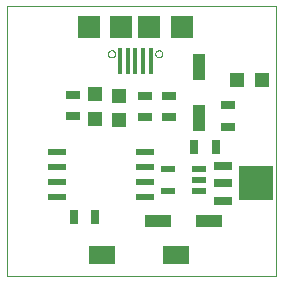
<source format=gtp>
G75*
%MOIN*%
%OFA0B0*%
%FSLAX25Y25*%
%IPPOS*%
%LPD*%
%AMOC8*
5,1,8,0,0,1.08239X$1,22.5*
%
%ADD10C,0.00000*%
%ADD11R,0.04724X0.03150*%
%ADD12R,0.04200X0.08600*%
%ADD13R,0.03150X0.04724*%
%ADD14R,0.04724X0.04724*%
%ADD15R,0.04724X0.02165*%
%ADD16R,0.09055X0.06299*%
%ADD17R,0.01575X0.09055*%
%ADD18R,0.07480X0.07480*%
%ADD19R,0.08600X0.04200*%
%ADD20R,0.06100X0.02100*%
%ADD21R,0.05906X0.03150*%
%ADD22R,0.11811X0.11811*%
D10*
X0007800Y0007420D02*
X0007800Y0097421D01*
X0097681Y0097421D01*
X0097681Y0007420D01*
X0007800Y0007420D01*
X0041555Y0081555D02*
X0041557Y0081624D01*
X0041563Y0081692D01*
X0041573Y0081760D01*
X0041587Y0081827D01*
X0041605Y0081894D01*
X0041626Y0081959D01*
X0041652Y0082023D01*
X0041681Y0082085D01*
X0041713Y0082145D01*
X0041749Y0082204D01*
X0041789Y0082260D01*
X0041831Y0082314D01*
X0041877Y0082365D01*
X0041926Y0082414D01*
X0041977Y0082460D01*
X0042031Y0082502D01*
X0042087Y0082542D01*
X0042145Y0082578D01*
X0042206Y0082610D01*
X0042268Y0082639D01*
X0042332Y0082665D01*
X0042397Y0082686D01*
X0042464Y0082704D01*
X0042531Y0082718D01*
X0042599Y0082728D01*
X0042667Y0082734D01*
X0042736Y0082736D01*
X0042805Y0082734D01*
X0042873Y0082728D01*
X0042941Y0082718D01*
X0043008Y0082704D01*
X0043075Y0082686D01*
X0043140Y0082665D01*
X0043204Y0082639D01*
X0043266Y0082610D01*
X0043326Y0082578D01*
X0043385Y0082542D01*
X0043441Y0082502D01*
X0043495Y0082460D01*
X0043546Y0082414D01*
X0043595Y0082365D01*
X0043641Y0082314D01*
X0043683Y0082260D01*
X0043723Y0082204D01*
X0043759Y0082145D01*
X0043791Y0082085D01*
X0043820Y0082023D01*
X0043846Y0081959D01*
X0043867Y0081894D01*
X0043885Y0081827D01*
X0043899Y0081760D01*
X0043909Y0081692D01*
X0043915Y0081624D01*
X0043917Y0081555D01*
X0043915Y0081486D01*
X0043909Y0081418D01*
X0043899Y0081350D01*
X0043885Y0081283D01*
X0043867Y0081216D01*
X0043846Y0081151D01*
X0043820Y0081087D01*
X0043791Y0081025D01*
X0043759Y0080964D01*
X0043723Y0080906D01*
X0043683Y0080850D01*
X0043641Y0080796D01*
X0043595Y0080745D01*
X0043546Y0080696D01*
X0043495Y0080650D01*
X0043441Y0080608D01*
X0043385Y0080568D01*
X0043327Y0080532D01*
X0043266Y0080500D01*
X0043204Y0080471D01*
X0043140Y0080445D01*
X0043075Y0080424D01*
X0043008Y0080406D01*
X0042941Y0080392D01*
X0042873Y0080382D01*
X0042805Y0080376D01*
X0042736Y0080374D01*
X0042667Y0080376D01*
X0042599Y0080382D01*
X0042531Y0080392D01*
X0042464Y0080406D01*
X0042397Y0080424D01*
X0042332Y0080445D01*
X0042268Y0080471D01*
X0042206Y0080500D01*
X0042145Y0080532D01*
X0042087Y0080568D01*
X0042031Y0080608D01*
X0041977Y0080650D01*
X0041926Y0080696D01*
X0041877Y0080745D01*
X0041831Y0080796D01*
X0041789Y0080850D01*
X0041749Y0080906D01*
X0041713Y0080964D01*
X0041681Y0081025D01*
X0041652Y0081087D01*
X0041626Y0081151D01*
X0041605Y0081216D01*
X0041587Y0081283D01*
X0041573Y0081350D01*
X0041563Y0081418D01*
X0041557Y0081486D01*
X0041555Y0081555D01*
X0057303Y0081555D02*
X0057305Y0081624D01*
X0057311Y0081692D01*
X0057321Y0081760D01*
X0057335Y0081827D01*
X0057353Y0081894D01*
X0057374Y0081959D01*
X0057400Y0082023D01*
X0057429Y0082085D01*
X0057461Y0082145D01*
X0057497Y0082204D01*
X0057537Y0082260D01*
X0057579Y0082314D01*
X0057625Y0082365D01*
X0057674Y0082414D01*
X0057725Y0082460D01*
X0057779Y0082502D01*
X0057835Y0082542D01*
X0057893Y0082578D01*
X0057954Y0082610D01*
X0058016Y0082639D01*
X0058080Y0082665D01*
X0058145Y0082686D01*
X0058212Y0082704D01*
X0058279Y0082718D01*
X0058347Y0082728D01*
X0058415Y0082734D01*
X0058484Y0082736D01*
X0058553Y0082734D01*
X0058621Y0082728D01*
X0058689Y0082718D01*
X0058756Y0082704D01*
X0058823Y0082686D01*
X0058888Y0082665D01*
X0058952Y0082639D01*
X0059014Y0082610D01*
X0059074Y0082578D01*
X0059133Y0082542D01*
X0059189Y0082502D01*
X0059243Y0082460D01*
X0059294Y0082414D01*
X0059343Y0082365D01*
X0059389Y0082314D01*
X0059431Y0082260D01*
X0059471Y0082204D01*
X0059507Y0082145D01*
X0059539Y0082085D01*
X0059568Y0082023D01*
X0059594Y0081959D01*
X0059615Y0081894D01*
X0059633Y0081827D01*
X0059647Y0081760D01*
X0059657Y0081692D01*
X0059663Y0081624D01*
X0059665Y0081555D01*
X0059663Y0081486D01*
X0059657Y0081418D01*
X0059647Y0081350D01*
X0059633Y0081283D01*
X0059615Y0081216D01*
X0059594Y0081151D01*
X0059568Y0081087D01*
X0059539Y0081025D01*
X0059507Y0080964D01*
X0059471Y0080906D01*
X0059431Y0080850D01*
X0059389Y0080796D01*
X0059343Y0080745D01*
X0059294Y0080696D01*
X0059243Y0080650D01*
X0059189Y0080608D01*
X0059133Y0080568D01*
X0059075Y0080532D01*
X0059014Y0080500D01*
X0058952Y0080471D01*
X0058888Y0080445D01*
X0058823Y0080424D01*
X0058756Y0080406D01*
X0058689Y0080392D01*
X0058621Y0080382D01*
X0058553Y0080376D01*
X0058484Y0080374D01*
X0058415Y0080376D01*
X0058347Y0080382D01*
X0058279Y0080392D01*
X0058212Y0080406D01*
X0058145Y0080424D01*
X0058080Y0080445D01*
X0058016Y0080471D01*
X0057954Y0080500D01*
X0057893Y0080532D01*
X0057835Y0080568D01*
X0057779Y0080608D01*
X0057725Y0080650D01*
X0057674Y0080696D01*
X0057625Y0080745D01*
X0057579Y0080796D01*
X0057537Y0080850D01*
X0057497Y0080906D01*
X0057461Y0080964D01*
X0057429Y0081025D01*
X0057400Y0081087D01*
X0057374Y0081151D01*
X0057353Y0081216D01*
X0057335Y0081283D01*
X0057321Y0081350D01*
X0057311Y0081418D01*
X0057305Y0081486D01*
X0057303Y0081555D01*
D11*
X0053800Y0067463D03*
X0053800Y0060377D03*
X0061800Y0060377D03*
X0061800Y0067463D03*
X0081430Y0064413D03*
X0081430Y0057327D03*
X0029800Y0060877D03*
X0029800Y0067963D03*
D12*
X0071810Y0060030D03*
X0071810Y0077030D03*
D13*
X0070380Y0050656D03*
X0077467Y0050656D03*
X0037233Y0027060D03*
X0030147Y0027060D03*
D14*
X0045300Y0059386D03*
X0037200Y0059786D03*
X0037200Y0068054D03*
X0045300Y0067654D03*
X0084572Y0072708D03*
X0092839Y0072708D03*
D15*
X0071919Y0043250D03*
X0071919Y0039510D03*
X0071919Y0035770D03*
X0061682Y0035770D03*
X0061682Y0043250D03*
D16*
X0064302Y0014520D03*
X0039498Y0014520D03*
D17*
X0045492Y0079291D03*
X0048051Y0079291D03*
X0050610Y0079291D03*
X0053169Y0079291D03*
X0055728Y0079291D03*
D18*
X0055334Y0090610D03*
X0045886Y0090610D03*
X0035059Y0090610D03*
X0066161Y0090610D03*
D19*
X0058300Y0025920D03*
X0075300Y0025920D03*
D20*
X0053900Y0033920D03*
X0053900Y0038920D03*
X0053900Y0043920D03*
X0053900Y0048920D03*
X0024700Y0048920D03*
X0024700Y0043920D03*
X0024700Y0038920D03*
X0024700Y0033920D03*
D21*
X0079910Y0032514D03*
X0079910Y0038420D03*
X0079910Y0044326D03*
D22*
X0090934Y0038420D03*
M02*

</source>
